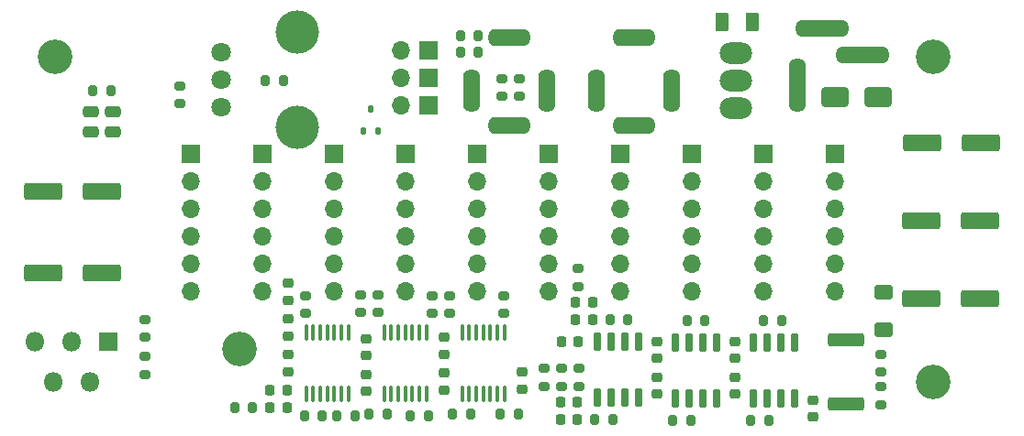
<source format=gts>
G04 #@! TF.GenerationSoftware,KiCad,Pcbnew,7.0.9-69-ge1c0bddff3*
G04 #@! TF.CreationDate,2024-02-19T13:42:33+01:00*
G04 #@! TF.ProjectId,ASP_Backplane,4153505f-4261-4636-9b70-6c616e652e6b,B*
G04 #@! TF.SameCoordinates,Original*
G04 #@! TF.FileFunction,Soldermask,Top*
G04 #@! TF.FilePolarity,Negative*
%FSLAX46Y46*%
G04 Gerber Fmt 4.6, Leading zero omitted, Abs format (unit mm)*
G04 Created by KiCad (PCBNEW 7.0.9-69-ge1c0bddff3) date 2024-02-19 13:42:33*
%MOMM*%
%LPD*%
G01*
G04 APERTURE LIST*
G04 Aperture macros list*
%AMRoundRect*
0 Rectangle with rounded corners*
0 $1 Rounding radius*
0 $2 $3 $4 $5 $6 $7 $8 $9 X,Y pos of 4 corners*
0 Add a 4 corners polygon primitive as box body*
4,1,4,$2,$3,$4,$5,$6,$7,$8,$9,$2,$3,0*
0 Add four circle primitives for the rounded corners*
1,1,$1+$1,$2,$3*
1,1,$1+$1,$4,$5*
1,1,$1+$1,$6,$7*
1,1,$1+$1,$8,$9*
0 Add four rect primitives between the rounded corners*
20,1,$1+$1,$2,$3,$4,$5,0*
20,1,$1+$1,$4,$5,$6,$7,0*
20,1,$1+$1,$6,$7,$8,$9,0*
20,1,$1+$1,$8,$9,$2,$3,0*%
G04 Aperture macros list end*
%ADD10RoundRect,0.100000X-0.100000X0.637500X-0.100000X-0.637500X0.100000X-0.637500X0.100000X0.637500X0*%
%ADD11C,3.200000*%
%ADD12O,4.000000X1.600000*%
%ADD13O,1.600000X4.000000*%
%ADD14RoundRect,0.112500X-0.112500X-0.237500X0.112500X-0.237500X0.112500X0.237500X-0.112500X0.237500X0*%
%ADD15RoundRect,0.250000X-1.000000X-0.650000X1.000000X-0.650000X1.000000X0.650000X-1.000000X0.650000X0*%
%ADD16R,1.700000X1.700000*%
%ADD17O,1.700000X1.700000*%
%ADD18RoundRect,0.225000X0.250000X-0.225000X0.250000X0.225000X-0.250000X0.225000X-0.250000X-0.225000X0*%
%ADD19RoundRect,0.150000X0.150000X-0.725000X0.150000X0.725000X-0.150000X0.725000X-0.150000X-0.725000X0*%
%ADD20RoundRect,0.200000X0.200000X0.275000X-0.200000X0.275000X-0.200000X-0.275000X0.200000X-0.275000X0*%
%ADD21RoundRect,0.225000X-0.225000X-0.250000X0.225000X-0.250000X0.225000X0.250000X-0.225000X0.250000X0*%
%ADD22RoundRect,0.200000X-0.275000X0.200000X-0.275000X-0.200000X0.275000X-0.200000X0.275000X0.200000X0*%
%ADD23RoundRect,0.250000X1.500000X0.550000X-1.500000X0.550000X-1.500000X-0.550000X1.500000X-0.550000X0*%
%ADD24RoundRect,0.200000X0.275000X-0.200000X0.275000X0.200000X-0.275000X0.200000X-0.275000X-0.200000X0*%
%ADD25RoundRect,0.225000X-0.250000X0.225000X-0.250000X-0.225000X0.250000X-0.225000X0.250000X0.225000X0*%
%ADD26RoundRect,0.225000X0.225000X0.250000X-0.225000X0.250000X-0.225000X-0.250000X0.225000X-0.250000X0*%
%ADD27RoundRect,0.200000X-0.200000X-0.275000X0.200000X-0.275000X0.200000X0.275000X-0.200000X0.275000X0*%
%ADD28RoundRect,0.250000X-0.375000X-0.625000X0.375000X-0.625000X0.375000X0.625000X-0.375000X0.625000X0*%
%ADD29RoundRect,0.250000X0.475000X-0.250000X0.475000X0.250000X-0.475000X0.250000X-0.475000X-0.250000X0*%
%ADD30RoundRect,0.250000X1.425000X-0.362500X1.425000X0.362500X-1.425000X0.362500X-1.425000X-0.362500X0*%
%ADD31RoundRect,0.250000X0.600000X-0.400000X0.600000X0.400000X-0.600000X0.400000X-0.600000X-0.400000X0*%
%ADD32O,1.800000X1.800000*%
%ADD33R,1.800000X1.800000*%
%ADD34O,1.600000X5.000000*%
%ADD35O,5.000000X1.600000*%
%ADD36C,4.000000*%
%ADD37C,1.800000*%
%ADD38O,3.000000X2.000000*%
%ADD39RoundRect,0.250000X-1.500000X-0.550000X1.500000X-0.550000X1.500000X0.550000X-1.500000X0.550000X0*%
G04 APERTURE END LIST*
D10*
G04 #@! TO.C,U8*
X76050000Y-156437500D03*
X75400000Y-156437500D03*
X74750000Y-156437500D03*
X74100000Y-156437500D03*
X73450000Y-156437500D03*
X72800000Y-156437500D03*
X72150000Y-156437500D03*
X72150000Y-162162500D03*
X72800000Y-162162500D03*
X73450000Y-162162500D03*
X74100000Y-162162500D03*
X74750000Y-162162500D03*
X75400000Y-162162500D03*
X76050000Y-162162500D03*
G04 #@! TD*
D11*
G04 #@! TO.C,REF\u002A\u002A*
X49000000Y-131000000D03*
G04 #@! TD*
G04 #@! TO.C,REF\u002A\u002A*
X130000000Y-161000000D03*
G04 #@! TD*
G04 #@! TO.C,REF\u002A\u002A*
X130000000Y-131000000D03*
G04 #@! TD*
G04 #@! TO.C,*
X66000000Y-158000000D03*
G04 #@! TD*
D12*
G04 #@! TO.C,J3*
X102400000Y-137300000D03*
D13*
X98900000Y-134100000D03*
X105900000Y-134100000D03*
D12*
X102400000Y-129200000D03*
G04 #@! TD*
G04 #@! TO.C,J2*
X90900000Y-137300000D03*
D13*
X87400000Y-134100000D03*
X94400000Y-134100000D03*
D12*
X90900000Y-129200000D03*
G04 #@! TD*
D14*
G04 #@! TO.C,D4*
X77450000Y-137800000D03*
X78750000Y-137800000D03*
X78100000Y-135800000D03*
G04 #@! TD*
D15*
G04 #@! TO.C,D1*
X120950000Y-134700000D03*
X124950000Y-134700000D03*
G04 #@! TD*
D16*
G04 #@! TO.C,J10*
X81325000Y-140000000D03*
D17*
X81325000Y-142540000D03*
X81325000Y-145080000D03*
X81325000Y-147620000D03*
X81325000Y-150160000D03*
X81325000Y-152700000D03*
G04 #@! TD*
D18*
G04 #@! TO.C,C8*
X77700000Y-158575000D03*
X77700000Y-157025000D03*
G04 #@! TD*
D19*
G04 #@! TO.C,U5*
X113395000Y-162575000D03*
X114665000Y-162575000D03*
X115935000Y-162575000D03*
X117205000Y-162575000D03*
X117205000Y-157425000D03*
X115935000Y-157425000D03*
X114665000Y-157425000D03*
X113395000Y-157425000D03*
G04 #@! TD*
D20*
G04 #@! TO.C,R7*
X88025000Y-129000000D03*
X86375000Y-129000000D03*
G04 #@! TD*
G04 #@! TO.C,R36*
X114825000Y-164600000D03*
X113175000Y-164600000D03*
G04 #@! TD*
G04 #@! TO.C,R68*
X101825000Y-155300000D03*
X100175000Y-155300000D03*
G04 #@! TD*
D21*
G04 #@! TO.C,C61*
X97025000Y-153700000D03*
X98575000Y-153700000D03*
G04 #@! TD*
G04 #@! TO.C,C51*
X97025000Y-155300000D03*
X98575000Y-155300000D03*
G04 #@! TD*
D22*
G04 #@! TO.C,R71*
X78800000Y-152975000D03*
X78800000Y-154625000D03*
G04 #@! TD*
G04 #@! TO.C,R18*
X95700000Y-159775000D03*
X95700000Y-161425000D03*
G04 #@! TD*
D23*
G04 #@! TO.C,C19*
X53300000Y-143400000D03*
X47900000Y-143400000D03*
G04 #@! TD*
D24*
G04 #@! TO.C,R4*
X91800000Y-134625000D03*
X91800000Y-132975000D03*
G04 #@! TD*
D16*
G04 #@! TO.C,J9*
X87925000Y-140000000D03*
D17*
X87925000Y-142540000D03*
X87925000Y-145080000D03*
X87925000Y-147620000D03*
X87925000Y-150160000D03*
X87925000Y-152700000D03*
G04 #@! TD*
D16*
G04 #@! TO.C,J7*
X101125000Y-140000000D03*
D17*
X101125000Y-142540000D03*
X101125000Y-145080000D03*
X101125000Y-147620000D03*
X101125000Y-150160000D03*
X101125000Y-152700000D03*
G04 #@! TD*
D18*
G04 #@! TO.C,C16*
X104500000Y-162175000D03*
X104500000Y-160625000D03*
G04 #@! TD*
D10*
G04 #@! TO.C,U9*
X83250000Y-156437500D03*
X82600000Y-156437500D03*
X81950000Y-156437500D03*
X81300000Y-156437500D03*
X80650000Y-156437500D03*
X80000000Y-156437500D03*
X79350000Y-156437500D03*
X79350000Y-162162500D03*
X80000000Y-162162500D03*
X80650000Y-162162500D03*
X81300000Y-162162500D03*
X81950000Y-162162500D03*
X82600000Y-162162500D03*
X83250000Y-162162500D03*
G04 #@! TD*
D21*
G04 #@! TO.C,C31*
X95625000Y-164500000D03*
X97175000Y-164500000D03*
G04 #@! TD*
D25*
G04 #@! TO.C,C56*
X70500000Y-155225000D03*
X70500000Y-156775000D03*
G04 #@! TD*
D22*
G04 #@! TO.C,R12*
X57300000Y-155275000D03*
X57300000Y-156925000D03*
G04 #@! TD*
D18*
G04 #@! TO.C,C20*
X104500000Y-158875000D03*
X104500000Y-157325000D03*
G04 #@! TD*
D24*
G04 #@! TO.C,R6*
X90200000Y-134625000D03*
X90200000Y-132975000D03*
G04 #@! TD*
D26*
G04 #@! TO.C,C15*
X97275000Y-157300000D03*
X95725000Y-157300000D03*
G04 #@! TD*
D20*
G04 #@! TO.C,R14*
X70025000Y-133200000D03*
X68375000Y-133200000D03*
G04 #@! TD*
D25*
G04 #@! TO.C,C6*
X70500000Y-158525000D03*
X70500000Y-160075000D03*
G04 #@! TD*
D27*
G04 #@! TO.C,R40*
X90075000Y-164000000D03*
X91725000Y-164000000D03*
G04 #@! TD*
D10*
G04 #@! TO.C,U10*
X90450000Y-156437500D03*
X89800000Y-156437500D03*
X89150000Y-156437500D03*
X88500000Y-156437500D03*
X87850000Y-156437500D03*
X87200000Y-156437500D03*
X86550000Y-156437500D03*
X86550000Y-162162500D03*
X87200000Y-162162500D03*
X87850000Y-162162500D03*
X88500000Y-162162500D03*
X89150000Y-162162500D03*
X89800000Y-162162500D03*
X90450000Y-162162500D03*
G04 #@! TD*
D16*
G04 #@! TO.C,J12*
X68125000Y-140000000D03*
D17*
X68125000Y-142540000D03*
X68125000Y-145080000D03*
X68125000Y-147620000D03*
X68125000Y-150160000D03*
X68125000Y-152700000D03*
G04 #@! TD*
D22*
G04 #@! TO.C,R11*
X125200000Y-163125000D03*
X125200000Y-161475000D03*
G04 #@! TD*
D20*
G04 #@! TO.C,R67*
X108925000Y-155400000D03*
X107275000Y-155400000D03*
G04 #@! TD*
D16*
G04 #@! TO.C,J13*
X61525000Y-140000000D03*
D17*
X61525000Y-142540000D03*
X61525000Y-145080000D03*
X61525000Y-147620000D03*
X61525000Y-150160000D03*
X61525000Y-152700000D03*
G04 #@! TD*
D20*
G04 #@! TO.C,R38*
X100425000Y-164500000D03*
X98775000Y-164500000D03*
G04 #@! TD*
D22*
G04 #@! TO.C,R69*
X85400000Y-153075000D03*
X85400000Y-154725000D03*
G04 #@! TD*
D20*
G04 #@! TO.C,R66*
X116025000Y-155400000D03*
X114375000Y-155400000D03*
G04 #@! TD*
D16*
G04 #@! TO.C,J6*
X107725000Y-140000000D03*
D17*
X107725000Y-142540000D03*
X107725000Y-145080000D03*
X107725000Y-147620000D03*
X107725000Y-150160000D03*
X107725000Y-152700000D03*
G04 #@! TD*
D16*
G04 #@! TO.C,J11*
X74725000Y-140000000D03*
D17*
X74725000Y-142540000D03*
X74725000Y-145080000D03*
X74725000Y-147620000D03*
X74725000Y-150160000D03*
X74725000Y-152700000D03*
G04 #@! TD*
D28*
G04 #@! TO.C,F1*
X113300000Y-127750000D03*
X110500000Y-127750000D03*
G04 #@! TD*
D29*
G04 #@! TO.C,C68*
X52300000Y-137950000D03*
X52300000Y-136050000D03*
G04 #@! TD*
D23*
G04 #@! TO.C,C17*
X134300000Y-153300000D03*
X128900000Y-153300000D03*
G04 #@! TD*
D18*
G04 #@! TO.C,C13*
X77700000Y-161875000D03*
X77700000Y-160325000D03*
G04 #@! TD*
D20*
G04 #@! TO.C,R37*
X107625000Y-164600000D03*
X105975000Y-164600000D03*
G04 #@! TD*
D27*
G04 #@! TO.C,R75*
X52475000Y-134143630D03*
X54125000Y-134143630D03*
G04 #@! TD*
D22*
G04 #@! TO.C,R8*
X125200000Y-160150000D03*
X125200000Y-158500000D03*
G04 #@! TD*
D21*
G04 #@! TO.C,C46*
X68825000Y-163400000D03*
X70375000Y-163400000D03*
G04 #@! TD*
D20*
G04 #@! TO.C,R5*
X88025000Y-130600000D03*
X86375000Y-130600000D03*
G04 #@! TD*
D24*
G04 #@! TO.C,R48*
X97300000Y-161425000D03*
X97300000Y-159775000D03*
G04 #@! TD*
D16*
G04 #@! TO.C,J5*
X114325000Y-140000000D03*
D17*
X114325000Y-142540000D03*
X114325000Y-145080000D03*
X114325000Y-147620000D03*
X114325000Y-150160000D03*
X114325000Y-152700000D03*
G04 #@! TD*
D18*
G04 #@! TO.C,C7*
X118900000Y-164275000D03*
X118900000Y-162725000D03*
G04 #@! TD*
D19*
G04 #@! TO.C,U6*
X106195000Y-162575000D03*
X107465000Y-162575000D03*
X108735000Y-162575000D03*
X110005000Y-162575000D03*
X110005000Y-157425000D03*
X108735000Y-157425000D03*
X107465000Y-157425000D03*
X106195000Y-157425000D03*
G04 #@! TD*
D27*
G04 #@! TO.C,R44*
X74975000Y-164200000D03*
X76625000Y-164200000D03*
G04 #@! TD*
D23*
G04 #@! TO.C,C26*
X53300000Y-151000000D03*
X47900000Y-151000000D03*
G04 #@! TD*
D22*
G04 #@! TO.C,R74*
X77200000Y-152975000D03*
X77200000Y-154625000D03*
G04 #@! TD*
G04 #@! TO.C,R73*
X72100000Y-153075000D03*
X72100000Y-154725000D03*
G04 #@! TD*
D30*
G04 #@! TO.C,R3*
X122000000Y-163062500D03*
X122000000Y-157137500D03*
G04 #@! TD*
D18*
G04 #@! TO.C,C66*
X70500000Y-153475000D03*
X70500000Y-151925000D03*
G04 #@! TD*
D21*
G04 #@! TO.C,C36*
X68825000Y-161800000D03*
X70375000Y-161800000D03*
G04 #@! TD*
D16*
G04 #@! TO.C,J8*
X94525000Y-140000000D03*
D17*
X94525000Y-142540000D03*
X94525000Y-145080000D03*
X94525000Y-147620000D03*
X94525000Y-150160000D03*
X94525000Y-152700000D03*
G04 #@! TD*
D19*
G04 #@! TO.C,U7*
X98995000Y-162475000D03*
X100265000Y-162475000D03*
X101535000Y-162475000D03*
X102805000Y-162475000D03*
X102805000Y-157325000D03*
X101535000Y-157325000D03*
X100265000Y-157325000D03*
X98995000Y-157325000D03*
G04 #@! TD*
D16*
G04 #@! TO.C,J4*
X120925000Y-140000000D03*
D17*
X120925000Y-142540000D03*
X120925000Y-145080000D03*
X120925000Y-147620000D03*
X120925000Y-150160000D03*
X120925000Y-152700000D03*
G04 #@! TD*
D22*
G04 #@! TO.C,R28*
X94100000Y-159775000D03*
X94100000Y-161425000D03*
G04 #@! TD*
G04 #@! TO.C,R58*
X97200000Y-150575000D03*
X97200000Y-152225000D03*
G04 #@! TD*
D18*
G04 #@! TO.C,C10*
X84900000Y-158475000D03*
X84900000Y-156925000D03*
G04 #@! TD*
D31*
G04 #@! TO.C,D5*
X125400000Y-156250000D03*
X125400000Y-152750000D03*
G04 #@! TD*
D18*
G04 #@! TO.C,C11*
X92100000Y-161675000D03*
X92100000Y-160125000D03*
G04 #@! TD*
D22*
G04 #@! TO.C,R39*
X90400000Y-153075000D03*
X90400000Y-154725000D03*
G04 #@! TD*
D32*
G04 #@! TO.C,U3*
X47100000Y-157350000D03*
X48800000Y-161050000D03*
X50500000Y-157350000D03*
X52200000Y-161050000D03*
D33*
X53900000Y-157350000D03*
G04 #@! TD*
D18*
G04 #@! TO.C,C12*
X111700000Y-158875000D03*
X111700000Y-157325000D03*
G04 #@! TD*
D20*
G04 #@! TO.C,R42*
X79625000Y-164000000D03*
X77975000Y-164000000D03*
G04 #@! TD*
D18*
G04 #@! TO.C,C9*
X84900000Y-161775000D03*
X84900000Y-160225000D03*
G04 #@! TD*
D23*
G04 #@! TO.C,C22*
X134300000Y-146100000D03*
X128900000Y-146100000D03*
G04 #@! TD*
D20*
G04 #@! TO.C,R70*
X87325000Y-164000000D03*
X85675000Y-164000000D03*
G04 #@! TD*
D27*
G04 #@! TO.C,R33*
X65575000Y-163400000D03*
X67225000Y-163400000D03*
G04 #@! TD*
D18*
G04 #@! TO.C,C21*
X111700000Y-162175000D03*
X111700000Y-160625000D03*
G04 #@! TD*
D27*
G04 #@! TO.C,R72*
X81775000Y-164200000D03*
X83425000Y-164200000D03*
G04 #@! TD*
D29*
G04 #@! TO.C,C58*
X54300000Y-137950000D03*
X54300000Y-136050000D03*
G04 #@! TD*
D21*
G04 #@! TO.C,C41*
X95625000Y-162900000D03*
X97175000Y-162900000D03*
G04 #@! TD*
D22*
G04 #@! TO.C,R41*
X83800000Y-153075000D03*
X83800000Y-154725000D03*
G04 #@! TD*
D20*
G04 #@! TO.C,R43*
X73625000Y-164200000D03*
X71975000Y-164200000D03*
G04 #@! TD*
D22*
G04 #@! TO.C,R13*
X57300000Y-158675000D03*
X57300000Y-160325000D03*
G04 #@! TD*
D34*
G04 #@! TO.C,J1*
X117500000Y-133650000D03*
D35*
X119800000Y-128350000D03*
X123500000Y-130850000D03*
G04 #@! TD*
D36*
G04 #@! TO.C,RV1*
X71300000Y-128700000D03*
X71300000Y-137500000D03*
D37*
X64300000Y-130600000D03*
X64300000Y-133100000D03*
X64300000Y-135600000D03*
G04 #@! TD*
D16*
G04 #@! TO.C,JP3*
X83475000Y-132960000D03*
D17*
X80935000Y-132960000D03*
G04 #@! TD*
D24*
G04 #@! TO.C,R15*
X60500000Y-135325000D03*
X60500000Y-133675000D03*
G04 #@! TD*
D38*
G04 #@! TO.C,SW1*
X111800000Y-130660000D03*
X111800000Y-133200000D03*
X111800000Y-135740000D03*
G04 #@! TD*
D39*
G04 #@! TO.C,C2*
X129000000Y-138900000D03*
X134400000Y-138900000D03*
G04 #@! TD*
D16*
G04 #@! TO.C,JP2*
X83475000Y-135500000D03*
D17*
X80935000Y-135500000D03*
G04 #@! TD*
D16*
G04 #@! TO.C,JP1*
X83475000Y-130420000D03*
D17*
X80935000Y-130420000D03*
G04 #@! TD*
M02*

</source>
